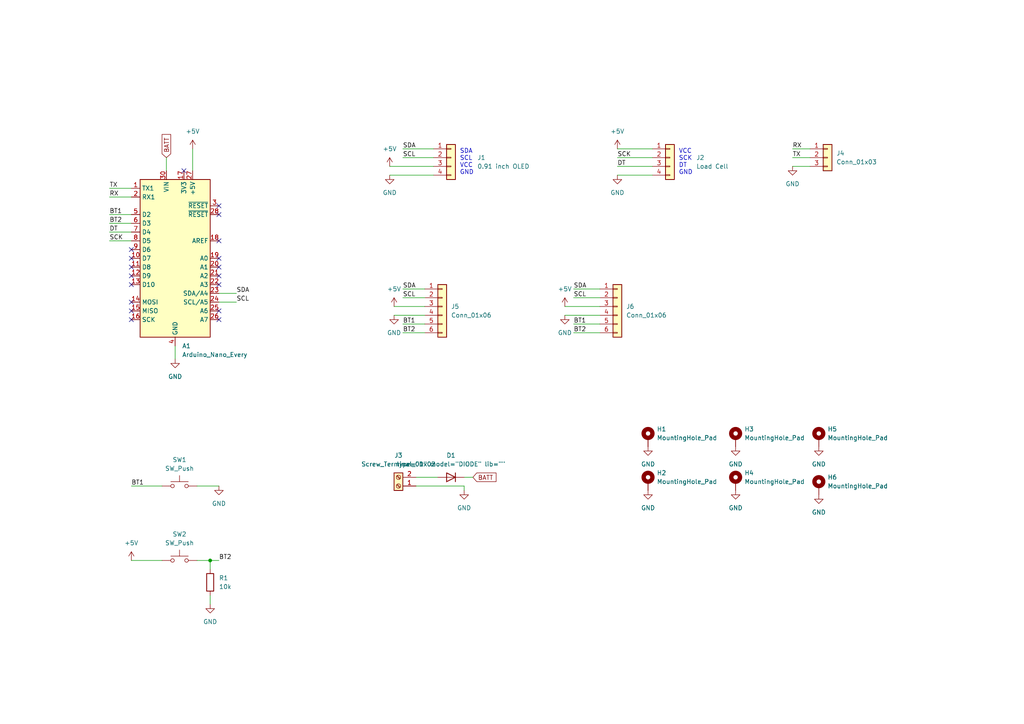
<source format=kicad_sch>
(kicad_sch (version 20211123) (generator eeschema)
  (paper "A4")
  (lib_symbols
    (symbol "Connector:Screw_Terminal_01x02" (pin_names (offset 1.016) hide)
      (property "Reference" "J" (at 0 2.54 0))
      (property "Value" "Screw_Terminal_01x02" (at 0 -5.08 0))
      (symbol "Screw_Terminal_01x02_1_1"
        (rectangle (start -1.27 1.27) (end 1.27 -3.81) (stroke (width 0.254)) (fill (type background)))
        (circle (center 0 -2.54) (radius 0.635) (stroke (width 0.1524)))
        (polyline (pts (xy -0.5334 -2.2098) (xy 0.3302 -3.048)) (stroke (width 0.1524)))
        (polyline (pts (xy -0.5334 0.3302) (xy 0.3302 -0.508)) (stroke (width 0.1524)))
        (polyline (pts (xy -0.3556 -2.032) (xy 0.508 -2.8702)) (stroke (width 0.1524)))
        (polyline (pts (xy -0.3556 0.508) (xy 0.508 -0.3302)) (stroke (width 0.1524)))
        (circle (center 0 0) (radius 0.635) (stroke (width 0.1524)))
        (pin passive line (at -5.08 0 0) (length 3.81) (name "Pin_1") (number "1"))
        (pin passive line (at -5.08 -2.54 0) (length 3.81) (name "Pin_2") (number "2"))
      )
    )
    (symbol "Connector_Generic:Conn_01x03" (pin_names (offset 1.016) hide)
      (property "Reference" "J" (at 0 5.08 0))
      (property "Value" "Conn_01x03" (at 0 -5.08 0))
      (symbol "Conn_01x03_1_1"
        (rectangle (start -1.27 -2.413) (end 0 -2.667) (stroke (width 0.1524)))
        (rectangle (start -1.27 0.127) (end 0 -0.127) (stroke (width 0.1524)))
        (rectangle (start -1.27 2.667) (end 0 2.413) (stroke (width 0.1524)))
        (rectangle (start -1.27 3.81) (end 1.27 -3.81) (stroke (width 0.254)) (fill (type background)))
        (pin passive line (at -5.08 2.54 0) (length 3.81) (name "Pin_1") (number "1"))
        (pin passive line (at -5.08 0 0) (length 3.81) (name "Pin_2") (number "2"))
        (pin passive line (at -5.08 -2.54 0) (length 3.81) (name "Pin_3") (number "3"))
      )
    )
    (symbol "Connector_Generic:Conn_01x04" (pin_names (offset 1.016) hide)
      (property "Reference" "J" (at 0 5.08 0))
      (property "Value" "Conn_01x04" (at 0 -7.62 0))
      (symbol "Conn_01x04_1_1"
        (rectangle (start -1.27 -4.953) (end 0 -5.207) (stroke (width 0.1524)))
        (rectangle (start -1.27 -2.413) (end 0 -2.667) (stroke (width 0.1524)))
        (rectangle (start -1.27 0.127) (end 0 -0.127) (stroke (width 0.1524)))
        (rectangle (start -1.27 2.667) (end 0 2.413) (stroke (width 0.1524)))
        (rectangle (start -1.27 3.81) (end 1.27 -6.35) (stroke (width 0.254)) (fill (type background)))
        (pin passive line (at -5.08 2.54 0) (length 3.81) (name "Pin_1") (number "1"))
        (pin passive line (at -5.08 0 0) (length 3.81) (name "Pin_2") (number "2"))
        (pin passive line (at -5.08 -2.54 0) (length 3.81) (name "Pin_3") (number "3"))
        (pin passive line (at -5.08 -5.08 0) (length 3.81) (name "Pin_4") (number "4"))
      )
    )
    (symbol "Connector_Generic:Conn_01x06" (pin_names (offset 1.016) hide)
      (property "Reference" "J" (at 0 7.62 0))
      (property "Value" "Conn_01x06" (at 0 -10.16 0))
      (symbol "Conn_01x06_1_1"
        (rectangle (start -1.27 -7.493) (end 0 -7.747) (stroke (width 0.1524)))
        (rectangle (start -1.27 -4.953) (end 0 -5.207) (stroke (width 0.1524)))
        (rectangle (start -1.27 -2.413) (end 0 -2.667) (stroke (width 0.1524)))
        (rectangle (start -1.27 0.127) (end 0 -0.127) (stroke (width 0.1524)))
        (rectangle (start -1.27 2.667) (end 0 2.413) (stroke (width 0.1524)))
        (rectangle (start -1.27 5.207) (end 0 4.953) (stroke (width 0.1524)))
        (rectangle (start -1.27 6.35) (end 1.27 -8.89) (stroke (width 0.254)) (fill (type background)))
        (pin passive line (at -5.08 5.08 0) (length 3.81) (name "Pin_1") (number "1"))
        (pin passive line (at -5.08 2.54 0) (length 3.81) (name "Pin_2") (number "2"))
        (pin passive line (at -5.08 0 0) (length 3.81) (name "Pin_3") (number "3"))
        (pin passive line (at -5.08 -2.54 0) (length 3.81) (name "Pin_4") (number "4"))
        (pin passive line (at -5.08 -5.08 0) (length 3.81) (name "Pin_5") (number "5"))
        (pin passive line (at -5.08 -7.62 0) (length 3.81) (name "Pin_6") (number "6"))
      )
    )
    (symbol "Device:R" (pin_numbers hide) (pin_names (offset 0))
      (property "Reference" "R" (at 2.032 0 90))
      (property "Value" "R" (at 0 0 90))
      (symbol "R_0_1"
        (rectangle (start -1.016 -2.54) (end 1.016 2.54) (stroke (width 0.254)))
      )
      (symbol "R_1_1"
        (pin passive line (at 0 3.81 270) (length 1.27) (name "~") (number "1"))
        (pin passive line (at 0 -3.81 90) (length 1.27) (name "~") (number "2"))
      )
    )
    (symbol "MCU_Module:Arduino_Nano_Every"
      (property "Reference" "A" (at -10.16 23.495 0))
      (property "Value" "Arduino_Nano_Every" (at 5.08 -24.13 0))
      (symbol "Arduino_Nano_Every_0_1"
        (rectangle (start -10.16 22.86) (end 10.16 -22.86) (stroke (width 0.254)) (fill (type background)))
      )
      (symbol "Arduino_Nano_Every_1_1"
        (pin bidirectional line (at -12.7 20.32 0) (length 2.54) (name "TX1") (number "1"))
        (pin bidirectional line (at -12.7 0 0) (length 2.54) (name "D7") (number "10"))
        (pin bidirectional line (at -12.7 -2.54 0) (length 2.54) (name "D8") (number "11"))
        (pin bidirectional line (at -12.7 -5.08 0) (length 2.54) (name "D9") (number "12"))
        (pin bidirectional line (at -12.7 -7.62 0) (length 2.54) (name "D10") (number "13"))
        (pin bidirectional line (at -12.7 -12.7 0) (length 2.54) (name "MOSI") (number "14"))
        (pin bidirectional line (at -12.7 -15.24 0) (length 2.54) (name "MISO") (number "15"))
        (pin bidirectional line (at -12.7 -17.78 0) (length 2.54) (name "SCK") (number "16"))
        (pin power_out line (at 2.54 25.4 270) (length 2.54) (name "3V3") (number "17"))
        (pin input line (at 12.7 5.08 180) (length 2.54) (name "AREF") (number "18"))
        (pin bidirectional line (at 12.7 0 180) (length 2.54) (name "A0") (number "19"))
        (pin bidirectional line (at -12.7 17.78 0) (length 2.54) (name "RX1") (number "2"))
        (pin bidirectional line (at 12.7 -2.54 180) (length 2.54) (name "A1") (number "20"))
        (pin bidirectional line (at 12.7 -5.08 180) (length 2.54) (name "A2") (number "21"))
        (pin bidirectional line (at 12.7 -7.62 180) (length 2.54) (name "A3") (number "22"))
        (pin bidirectional line (at 12.7 -10.16 180) (length 2.54) (name "SDA/A4") (number "23"))
        (pin bidirectional line (at 12.7 -12.7 180) (length 2.54) (name "SCL/A5") (number "24"))
        (pin bidirectional line (at 12.7 -15.24 180) (length 2.54) (name "A6") (number "25"))
        (pin bidirectional line (at 12.7 -17.78 180) (length 2.54) (name "A7") (number "26"))
        (pin power_out line (at 5.08 25.4 270) (length 2.54) (name "+5V") (number "27"))
        (pin input line (at 12.7 12.7 180) (length 2.54) (name "~{RESET}") (number "28"))
        (pin passive line (at 0 -25.4 90) (length 2.54) hide (name "GND") (number "29"))
        (pin input line (at 12.7 15.24 180) (length 2.54) (name "~{RESET}") (number "3"))
        (pin power_in line (at -2.54 25.4 270) (length 2.54) (name "VIN") (number "30"))
        (pin power_in line (at 0 -25.4 90) (length 2.54) (name "GND") (number "4"))
        (pin bidirectional line (at -12.7 12.7 0) (length 2.54) (name "D2") (number "5"))
        (pin bidirectional line (at -12.7 10.16 0) (length 2.54) (name "D3") (number "6"))
        (pin bidirectional line (at -12.7 7.62 0) (length 2.54) (name "D4") (number "7"))
        (pin bidirectional line (at -12.7 5.08 0) (length 2.54) (name "D5") (number "8"))
        (pin bidirectional line (at -12.7 2.54 0) (length 2.54) (name "D6") (number "9"))
      )
    )
    (symbol "Mechanical:MountingHole_Pad" (pin_numbers hide) (pin_names (offset 1.016) hide)
      (property "Reference" "H" (at 0 6.35 0))
      (property "Value" "MountingHole_Pad" (at 0 4.445 0))
      (symbol "MountingHole_Pad_0_1"
        (circle (center 0 1.27) (radius 1.27) (stroke (width 1.27)))
      )
      (symbol "MountingHole_Pad_1_1"
        (pin input line (at 0 -2.54 90) (length 2.54) (name "1") (number "1"))
      )
    )
    (symbol "Simulation_SPICE:DIODE" (pin_numbers hide) (pin_names (offset 1.016) hide)
      (property "Reference" "D" (at 0 2.54 0))
      (property "Value" "DIODE" (at 0 -2.54 0))
      (symbol "DIODE_0_1"
        (polyline (pts (xy 1.27 0) (xy -1.27 0)))
        (polyline (pts (xy 1.27 1.27) (xy 1.27 -1.27)) (stroke (width 0.254)))
        (polyline (pts (xy -1.27 -1.27) (xy -1.27 1.27) (xy 1.27 0) (xy -1.27 -1.27)) (stroke (width 0.254)))
      )
      (symbol "DIODE_1_1"
        (pin passive line (at -3.81 0 0) (length 2.54) (name "A") (number "1"))
        (pin passive line (at 3.81 0 180) (length 2.54) (name "K") (number "2"))
      )
    )
    (symbol "Switch:SW_Push" (pin_numbers hide) (pin_names (offset 1.016) hide)
      (property "Reference" "SW" (at 1.27 2.54 0))
      (property "Value" "SW_Push" (at 0 -1.524 0))
      (symbol "SW_Push_0_1"
        (circle (center -2.032 0) (radius 0.508))
        (polyline (pts (xy 0 1.27) (xy 0 3.048)))
        (polyline (pts (xy 2.54 1.27) (xy -2.54 1.27)))
        (circle (center 2.032 0) (radius 0.508))
        (pin passive line (at -5.08 0 0) (length 2.54) (name "1") (number "1"))
        (pin passive line (at 5.08 0 180) (length 2.54) (name "2") (number "2"))
      )
    )
    (symbol "power:+5V" (power) (pin_names (offset 0))
      (property "Value" "+5V" (at 0 3.556 0))
      (symbol "+5V_0_1"
        (polyline (pts (xy -0.762 1.27) (xy 0 2.54)))
        (polyline (pts (xy 0 0) (xy 0 2.54)))
        (polyline (pts (xy 0 2.54) (xy 0.762 1.27)))
      )
      (symbol "+5V_1_1"
        (pin power_in line (at 0 0 90) (length 0) hide (name "+5V") (number "1"))
      )
    )
    (symbol "power:GND" (power) (pin_names (offset 0))
      (property "Value" "GND" (at 0 -3.81 0))
      (symbol "GND_0_1"
        (polyline (pts (xy 0 0) (xy 0 -1.27) (xy 1.27 -1.27) (xy 0 -2.54) (xy -1.27 -1.27) (xy 0 -1.27)))
      )
      (symbol "GND_1_1"
        (pin power_in line (at 0 0 270) (length 0) hide (name "GND") (number "1"))
      )
    )
  )
  (junction (at 60.96 162.56))
  (no_connect (at 38.1 77.47))
  (no_connect (at 38.1 72.39))
  (no_connect (at 63.5 74.93))
  (no_connect (at 38.1 82.55))
  (no_connect (at 63.5 82.55))
  (no_connect (at 38.1 80.01))
  (no_connect (at 63.5 92.71))
  (no_connect (at 38.1 87.63))
  (no_connect (at 53.34 49.53))
  (no_connect (at 63.5 59.69))
  (no_connect (at 63.5 62.23))
  (no_connect (at 63.5 69.85))
  (no_connect (at 38.1 74.93))
  (no_connect (at 63.5 77.47))
  (no_connect (at 38.1 92.71))
  (no_connect (at 63.5 80.01))
  (no_connect (at 63.5 90.17))
  (no_connect (at 38.1 90.17))
  (wire (pts (xy 229.87 43.18) (xy 234.95 43.18)))
  (wire (pts (xy 38.1 162.56) (xy 46.99 162.56)))
  (wire (pts (xy 229.87 45.72) (xy 234.95 45.72)))
  (wire (pts (xy 234.95 48.26) (xy 229.87 48.26)))
  (wire (pts (xy 113.03 48.26) (xy 125.73 48.26)))
  (wire (pts (xy 38.1 140.97) (xy 46.99 140.97)))
  (wire (pts (xy 60.96 172.72) (xy 60.96 175.26)))
  (wire (pts (xy 116.84 83.82) (xy 123.19 83.82)))
  (wire (pts (xy 120.65 138.43) (xy 127 138.43)))
  (wire (pts (xy 134.62 138.43) (xy 137.16 138.43)))
  (wire (pts (xy 50.8 100.33) (xy 50.8 104.14)))
  (wire (pts (xy 166.37 96.52) (xy 173.99 96.52)))
  (wire (pts (xy 31.75 54.61) (xy 38.1 54.61)))
  (wire (pts (xy 55.88 43.18) (xy 55.88 49.53)))
  (wire (pts (xy 120.65 140.97) (xy 134.62 140.97)))
  (wire (pts (xy 48.26 45.72) (xy 48.26 49.53)))
  (wire (pts (xy 163.83 91.44) (xy 173.99 91.44)))
  (wire (pts (xy 31.75 67.31) (xy 38.1 67.31)))
  (wire (pts (xy 57.15 162.56) (xy 60.96 162.56)))
  (wire (pts (xy 179.07 45.72) (xy 189.23 45.72)))
  (wire (pts (xy 63.5 87.63) (xy 68.58 87.63)))
  (wire (pts (xy 179.07 48.26) (xy 189.23 48.26)))
  (wire (pts (xy 31.75 64.77) (xy 38.1 64.77)))
  (wire (pts (xy 57.15 140.97) (xy 63.5 140.97)))
  (wire (pts (xy 63.5 85.09) (xy 68.58 85.09)))
  (wire (pts (xy 116.84 96.52) (xy 123.19 96.52)))
  (wire (pts (xy 116.84 93.98) (xy 123.19 93.98)))
  (wire (pts (xy 60.96 162.56) (xy 63.5 162.56)))
  (wire (pts (xy 116.84 43.18) (xy 125.73 43.18)))
  (wire (pts (xy 31.75 57.15) (xy 38.1 57.15)))
  (wire (pts (xy 60.96 162.56) (xy 60.96 165.1)))
  (wire (pts (xy 166.37 93.98) (xy 173.99 93.98)))
  (wire (pts (xy 114.3 91.44) (xy 123.19 91.44)))
  (wire (pts (xy 179.07 50.8) (xy 189.23 50.8)))
  (wire (pts (xy 114.3 88.9) (xy 123.19 88.9)))
  (wire (pts (xy 116.84 86.36) (xy 123.19 86.36)))
  (wire (pts (xy 179.07 43.18) (xy 189.23 43.18)))
  (wire (pts (xy 31.75 62.23) (xy 38.1 62.23)))
  (wire (pts (xy 113.03 50.8) (xy 125.73 50.8)))
  (wire (pts (xy 166.37 83.82) (xy 173.99 83.82)))
  (wire (pts (xy 116.84 45.72) (xy 125.73 45.72)))
  (wire (pts (xy 31.75 69.85) (xy 38.1 69.85)))
  (wire (pts (xy 134.62 142.24) (xy 134.62 140.97)))
  (wire (pts (xy 163.83 88.9) (xy 173.99 88.9)))
  (wire (pts (xy 166.37 86.36) (xy 173.99 86.36)))
  (text "SDA\nSCL\nVCC\nGND" (at 133.35 50.8 0) (effects (font (size 1.27 1.27)) (justify left bottom)))
  (text "VCC\nSCK\nDT\nGND" (at 196.85 50.8 0) (effects (font (size 1.27 1.27)) (justify left bottom)))
  (label "SDA" (at 68.58 85.09 0))
  (label "BT1" (at 31.75 62.23 0))
  (label "TX" (at 31.75 54.61 0))
  (label "SCK" (at 179.07 45.72 0))
  (label "SCK" (at 31.75 69.85 0))
  (label "SDA" (at 116.84 83.82 0))
  (label "DT" (at 179.07 48.26 0))
  (label "SCL" (at 166.37 86.36 0))
  (label "BT1" (at 38.1 140.97 0))
  (label "BT2" (at 31.75 64.77 0))
  (label "BT2" (at 63.5 162.56 0))
  (label "SCL" (at 68.58 87.63 0))
  (label "SCL" (at 116.84 45.72 0))
  (label "RX" (at 31.75 57.15 0))
  (label "RX" (at 229.87 43.18 0))
  (label "BT1" (at 116.84 93.98 0))
  (label "BT2" (at 116.84 96.52 0))
  (label "BT1" (at 166.37 93.98 0))
  (label "TX" (at 229.87 45.72 0))
  (label "DT" (at 31.75 67.31 0))
  (label "BT2" (at 166.37 96.52 0))
  (label "SCL" (at 116.84 86.36 0))
  (label "SDA" (at 116.84 43.18 0))
  (label "SDA" (at 166.37 83.82 0))
  (global_label "BATT" (shape input) (at 48.26 45.72 90) (property "Intersheet References" "${INTERSHEET_REFS}" (effects hide)))
  (global_label "BATT" (shape input) (at 137.16 138.43 0) (property "Intersheet References" "${INTERSHEET_REFS}" (effects hide)))
  (symbol (lib_id "power:GND") (at 163.83 91.44 0) (unit 1)
    (property "Reference" "#PWR0113" (effects hide))
    (property "Value" "GND" (at 163.83 96.52 0))
  )
  (symbol (lib_id "power:GND") (at 229.87 48.26 0) (unit 1)
    (property "Reference" "#PWR0104" (effects hide))
    (property "Value" "GND" (at 229.87 53.34 0))
  )
  (symbol (lib_id "Simulation_SPICE:DIODE") (at 130.81 138.43 0) (unit 1)
    (property "Reference" "D1" (at 130.81 132.08 0))
    (property "Value" "DIODE" (at 130.81 134.62 0))
    (property "Footprint" "Diode_THT:D_DO-41_SOD81_P7.62mm_Horizontal" (effects hide))
    (property "Spice_Netlist_Enabled" "Y" (effects hide))
    (property "Spice_Primitive" "D" (effects hide))
  )
  (symbol (lib_id "power:+5V") (at 179.07 43.18 0) (unit 1)
    (property "Reference" "#PWR07" (effects hide))
    (property "Value" "+5V" (at 179.07 38.1 0))
  )
  (symbol (lib_id "power:GND") (at 114.3 91.44 0) (unit 1)
    (property "Reference" "#PWR06" (effects hide))
    (property "Value" "GND" (at 114.3 96.52 0))
  )
  (symbol (lib_id "MCU_Module:Arduino_Nano_Every") (at 50.8 74.93 0) (unit 1)
    (property "Reference" "A1" (at 52.8194 100.33 0) (effects (justify left)))
    (property "Value" "Arduino_Nano_Every" (at 52.8194 102.87 0) (effects (justify left)))
    (property "Footprint" "Module:Arduino_Nano" (effects hide))
    (property "Datasheet" "https://content.arduino.cc/assets/NANOEveryV3.0_sch.pdf" (effects hide))
  )
  (symbol (lib_id "Mechanical:MountingHole_Pad") (at 237.49 140.97 0) (unit 1)
    (property "Reference" "H6" (at 240.03 138.4299 0) (effects (justify left)))
    (property "Value" "MountingHole_Pad" (at 240.03 140.9699 0) (effects (justify left)))
    (property "Footprint" "MountingHole:MountingHole_3.2mm_M3_DIN965_Pad_TopBottom" (effects hide))
  )
  (symbol (lib_id "Mechanical:MountingHole_Pad") (at 187.96 139.7 0) (unit 1)
    (property "Reference" "H2" (at 190.5 137.1599 0) (effects (justify left)))
    (property "Value" "MountingHole_Pad" (at 190.5 139.6999 0) (effects (justify left)))
    (property "Footprint" "MountingHole:MountingHole_3.2mm_M3_DIN965_Pad_TopBottom" (effects hide))
  )
  (symbol (lib_id "Connector_Generic:Conn_01x04") (at 194.31 45.72 0) (unit 1)
    (property "Reference" "J2" (at 201.93 45.72 0) (effects (justify left)))
    (property "Value" "Load Cell" (at 201.93 48.26 0) (effects (justify left)))
    (property "Footprint" "Library:LoadCellAmplifier" (effects hide))
  )
  (symbol (lib_id "power:GND") (at 213.36 129.54 0) (unit 1)
    (property "Reference" "#PWR0105" (effects hide))
    (property "Value" "GND" (at 213.36 134.62 0))
  )
  (symbol (lib_id "Mechanical:MountingHole_Pad") (at 237.49 127 0) (unit 1)
    (property "Reference" "H5" (at 240.03 124.4599 0) (effects (justify left)))
    (property "Value" "MountingHole_Pad" (at 240.03 126.9999 0) (effects (justify left)))
    (property "Footprint" "MountingHole:MountingHole_3.2mm_M3_DIN965_Pad_TopBottom" (effects hide))
  )
  (symbol (lib_id "power:+5V") (at 55.88 43.18 0) (unit 1)
    (property "Reference" "#PWR02" (effects hide))
    (property "Value" "+5V" (at 55.88 38.1 0))
  )
  (symbol (lib_id "power:+5V") (at 38.1 162.56 0) (unit 1)
    (property "Reference" "#PWR0111" (effects hide))
    (property "Value" "+5V" (at 38.1 157.48 0))
  )
  (symbol (lib_id "power:GND") (at 187.96 142.24 0) (unit 1)
    (property "Reference" "#PWR0108" (effects hide))
    (property "Value" "GND" (at 187.96 147.32 0))
  )
  (symbol (lib_id "Switch:SW_Push") (at 52.07 140.97 0) (unit 1)
    (property "Reference" "SW1" (at 52.07 133.35 0))
    (property "Value" "SW_Push" (at 52.07 135.89 0))
    (property "Footprint" "Button_Switch_THT:SW_PUSH_6mm_H4.3mm" (effects hide))
  )
  (symbol (lib_id "power:GND") (at 63.5 140.97 0) (unit 1)
    (property "Reference" "#PWR0110" (effects hide))
    (property "Value" "GND" (at 63.5 146.05 0))
  )
  (symbol (lib_id "Mechanical:MountingHole_Pad") (at 213.36 139.7 0) (unit 1)
    (property "Reference" "H4" (at 215.9 137.1599 0) (effects (justify left)))
    (property "Value" "MountingHole_Pad" (at 215.9 139.6999 0) (effects (justify left)))
    (property "Footprint" "MountingHole:MountingHole_3.2mm_M3_DIN965_Pad_TopBottom" (effects hide))
  )
  (symbol (lib_id "Mechanical:MountingHole_Pad") (at 187.96 127 0) (unit 1)
    (property "Reference" "H1" (at 190.5 124.4599 0) (effects (justify left)))
    (property "Value" "MountingHole_Pad" (at 190.5 126.9999 0) (effects (justify left)))
    (property "Footprint" "MountingHole:MountingHole_3.2mm_M3_DIN965_Pad_TopBottom" (effects hide))
  )
  (symbol (lib_id "power:GND") (at 113.03 50.8 0) (unit 1)
    (property "Reference" "#PWR04" (effects hide))
    (property "Value" "GND" (at 113.03 55.88 0))
  )
  (symbol (lib_id "power:GND") (at 237.49 143.51 0) (unit 1)
    (property "Reference" "#PWR0103" (effects hide))
    (property "Value" "GND" (at 237.49 148.59 0))
  )
  (symbol (lib_id "power:GND") (at 134.62 142.24 0) (unit 1)
    (property "Reference" "#PWR0101" (effects hide))
    (property "Value" "GND" (at 134.62 147.32 0))
  )
  (symbol (lib_id "Connector:Screw_Terminal_01x02") (at 115.57 140.97 180) (unit 1)
    (property "Reference" "J3" (at 115.57 132.08 0))
    (property "Value" "Screw_Terminal_01x02" (at 115.57 134.62 0))
    (property "Footprint" "TerminalBlock_4Ucon:TerminalBlock_4Ucon_1x02_P3.50mm_Horizontal" (effects hide))
  )
  (symbol (lib_id "Connector_Generic:Conn_01x04") (at 130.81 45.72 0) (unit 1)
    (property "Reference" "J1" (at 138.43 45.72 0) (effects (justify left)))
    (property "Value" "0.91 inch OLED" (at 138.43 48.26 0) (effects (justify left)))
    (property "Footprint" "Library:0.91inch OLED" (effects hide))
  )
  (symbol (lib_id "Connector_Generic:Conn_01x03") (at 240.03 45.72 0) (unit 1)
    (property "Reference" "J4" (at 242.57 44.4499 0) (effects (justify left)))
    (property "Value" "Conn_01x03" (at 242.57 46.9899 0) (effects (justify left)))
    (property "Footprint" "Connector_PinHeader_2.54mm:PinHeader_1x03_P2.54mm_Vertical" (effects hide))
  )
  (symbol (lib_id "power:+5V") (at 163.83 88.9 0) (unit 1)
    (property "Reference" "#PWR0112" (effects hide))
    (property "Value" "+5V" (at 163.83 83.82 0))
  )
  (symbol (lib_id "power:GND") (at 187.96 129.54 0) (unit 1)
    (property "Reference" "#PWR0107" (effects hide))
    (property "Value" "GND" (at 187.96 134.62 0))
  )
  (symbol (lib_id "Connector_Generic:Conn_01x06") (at 179.07 88.9 0) (unit 1)
    (property "Reference" "J6" (at 181.61 88.8999 0) (effects (justify left)))
    (property "Value" "Conn_01x06" (at 181.61 91.4399 0) (effects (justify left)))
    (property "Footprint" "Connector_PinHeader_2.54mm:PinHeader_1x06_P2.54mm_Horizontal" (effects hide))
  )
  (symbol (lib_id "power:GND") (at 213.36 142.24 0) (unit 1)
    (property "Reference" "#PWR0106" (effects hide))
    (property "Value" "GND" (at 213.36 147.32 0))
  )
  (symbol (lib_id "power:GND") (at 237.49 129.54 0) (unit 1)
    (property "Reference" "#PWR0102" (effects hide))
    (property "Value" "GND" (at 237.49 134.62 0))
  )
  (symbol (lib_id "power:+5V") (at 114.3 88.9 0) (unit 1)
    (property "Reference" "#PWR05" (effects hide))
    (property "Value" "+5V" (at 114.3 83.82 0))
  )
  (symbol (lib_id "power:GND") (at 60.96 175.26 0) (unit 1)
    (property "Reference" "#PWR0109" (effects hide))
    (property "Value" "GND" (at 60.96 180.34 0))
  )
  (symbol (lib_id "power:+5V") (at 113.03 48.26 0) (unit 1)
    (property "Reference" "#PWR03" (effects hide))
    (property "Value" "+5V" (at 113.03 43.18 0))
  )
  (symbol (lib_id "Connector_Generic:Conn_01x06") (at 128.27 88.9 0) (unit 1)
    (property "Reference" "J5" (at 130.81 88.8999 0) (effects (justify left)))
    (property "Value" "Conn_01x06" (at 130.81 91.4399 0) (effects (justify left)))
    (property "Footprint" "Connector_PinHeader_2.54mm:PinHeader_1x06_P2.54mm_Vertical" (effects hide))
  )
  (symbol (lib_id "Device:R") (at 60.96 168.91 0) (unit 1)
    (property "Reference" "R1" (at 63.5 167.6399 0) (effects (justify left)))
    (property "Value" "10k" (at 63.5 170.1799 0) (effects (justify left)))
    (property "Footprint" "Resistor_THT:R_Axial_DIN0207_L6.3mm_D2.5mm_P10.16mm_Horizontal" (effects hide))
  )
  (symbol (lib_id "Switch:SW_Push") (at 52.07 162.56 0) (unit 1)
    (property "Reference" "SW2" (at 52.07 154.94 0))
    (property "Value" "SW_Push" (at 52.07 157.48 0))
    (property "Footprint" "Button_Switch_THT:SW_PUSH_6mm_H4.3mm" (effects hide))
  )
  (symbol (lib_id "power:GND") (at 50.8 104.14 0) (unit 1)
    (property "Reference" "#PWR01" (effects hide))
    (property "Value" "GND" (at 50.8 109.22 0))
  )
  (symbol (lib_id "Mechanical:MountingHole_Pad") (at 213.36 127 0) (unit 1)
    (property "Reference" "H3" (at 215.9 124.4599 0) (effects (justify left)))
    (property "Value" "MountingHole_Pad" (at 215.9 126.9999 0) (effects (justify left)))
    (property "Footprint" "MountingHole:MountingHole_3.2mm_M3_DIN965_Pad_TopBottom" (effects hide))
  )
  (symbol (lib_id "power:GND") (at 179.07 50.8 0) (unit 1)
    (property "Reference" "#PWR08" (effects hide))
    (property "Value" "GND" (at 179.07 55.88 0))
  )
)
</source>
